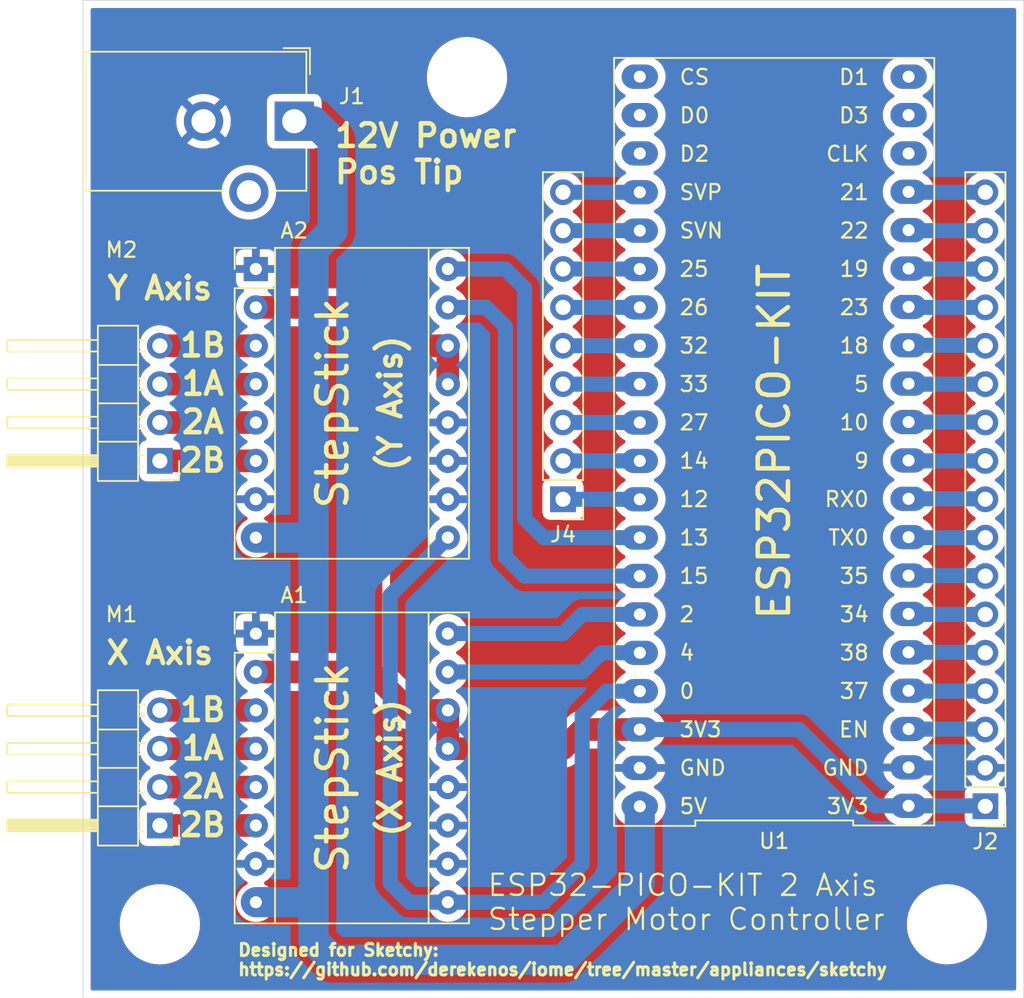
<source format=kicad_pcb>
(kicad_pcb (version 20190905) (host pcbnew "5.99.0-unknown-c3175b4~86~ubuntu16.04.1")
  (layers (0 "F.Cu" signal) (31 "B.Cu" signal) (34 "B.Paste" user hide) (35 "F.Paste" user hide) (36 "B.SilkS" user hide) (37 "F.SilkS" user) (38 "B.Mask" user hide) (39 "F.Mask" user) (44 "Edge.Cuts" user))
  (net 0 "")
  (net 1 "GND")
  (net 2 "NOT_ENABLE")
  (net 3 "3V3")
  (net 4 "Net-(A1-Pad3)")
  (net 5 "Net-(A1-Pad4)")
  (net 6 "Net-(A1-Pad5)")
  (net 7 "Net-(A1-Pad6)")
  (net 8 "STEPPER_X_STEP")
  (net 9 "VDD")
  (net 10 "STEPPER_X_DIR")
  (net 11 "STEPPER_Y_STEP")
  (net 12 "STEPPER_Y_DIR")
  (net 13 "Net-(U1-Pad23)")
  (net 14 "Net-(U1-Pad22)")
  (net 15 "Net-(U1-Pad21)")
  (net 16 "Net-(U1-Pad20)")
  (net 17 "Net-(U1-Pad19)")
  (net 18 "Net-(U1-Pad18)")
  (net 19 "Net-(A2-Pad3)")
  (net 20 "Net-(A2-Pad4)")
  (net 21 "Net-(A2-Pad5)")
  (net 22 "Net-(A2-Pad6)")
  (net 23 "Net-(J4-Pad1)")
  (net 24 "Net-(J4-Pad2)")
  (net 25 "Net-(J4-Pad3)")
  (net 26 "Net-(J4-Pad4)")
  (net 27 "Net-(J4-Pad5)")
  (net 28 "Net-(J4-Pad6)")
  (net 29 "Net-(J4-Pad7)")
  (net 30 "Net-(J4-Pad8)")
  (net 31 "Net-(J4-Pad9)")
  (net 32 "Net-(J2-Pad3)")
  (net 33 "Net-(J2-Pad4)")
  (net 34 "Net-(J2-Pad5)")
  (net 35 "Net-(J2-Pad6)")
  (net 36 "Net-(J2-Pad7)")
  (net 37 "Net-(J2-Pad8)")
  (net 38 "Net-(J2-Pad9)")
  (net 39 "Net-(J2-Pad10)")
  (net 40 "Net-(J2-Pad11)")
  (net 41 "Net-(J2-Pad12)")
  (net 42 "Net-(J2-Pad13)")
  (net 43 "Net-(J2-Pad14)")
  (net 44 "Net-(J2-Pad15)")
  (net 45 "Net-(J2-Pad16)")
  (net 46 "Net-(J2-Pad17)")
  (module "Mounting_Holes:MountingHole_4.3mm_M4" (layer "F.Cu") (at 134.62 156.4)
    (fp_text reference "REF**" hide)
    (fp_text value "MountingHole_4.3mm_M4" hide)
    (pad "1" np_thru_hole circle (at 0 0) (size 4.3 4.3) (drill 4.3) (layers *.Cu *.Mask))
  )
  (module "Pin_Headers:Pin_Header_Straight_1x17_Pitch2.54mm" (layer "F.Cu") (at 189.23 148.59 180)
    (fp_text reference "J2" (at 0 -2.33) (layer "F.SilkS"))
    (fp_text value "Conn_01x17")
    (fp_line (start -1.33 -1.33) (end 0 -1.33) (layer "F.SilkS") (width 0.12))
    (fp_line (start -1.33 0) (end -1.33 -1.33) (layer "F.SilkS") (width 0.12))
    (fp_line (start -1.33 1.27) (end 1.33 1.27) (layer "F.SilkS") (width 0.12))
    (fp_line (start 1.33 1.27) (end 1.33 41.97) (layer "F.SilkS") (width 0.12))
    (fp_line (start -1.33 1.27) (end -1.33 41.97) (layer "F.SilkS") (width 0.12))
    (fp_line (start -1.33 41.97) (end 1.33 41.97) (layer "F.SilkS") (width 0.12))
    (pad "1" thru_hole rect (at 0 0 180) (size 1.7 1.7) (drill 1) (layers *.Cu *.Mask) (net 3 "3V3"))
    (pad "2" thru_hole oval (at 0 2.54 180) (size 1.7 1.7) (drill 1) (layers *.Cu *.Mask) (net 1 "GND"))
    (pad "3" thru_hole oval (at 0 5.08 180) (size 1.7 1.7) (drill 1) (layers *.Cu *.Mask) (net 32 "Net-(J2-Pad3)"))
    (pad "4" thru_hole oval (at 0 7.62 180) (size 1.7 1.7) (drill 1) (layers *.Cu *.Mask) (net 33 "Net-(J2-Pad4)"))
    (pad "5" thru_hole oval (at 0 10.16 180) (size 1.7 1.7) (drill 1) (layers *.Cu *.Mask) (net 34 "Net-(J2-Pad5)"))
    (pad "6" thru_hole oval (at 0 12.7 180) (size 1.7 1.7) (drill 1) (layers *.Cu *.Mask) (net 35 "Net-(J2-Pad6)"))
    (pad "7" thru_hole oval (at 0 15.24 180) (size 1.7 1.7) (drill 1) (layers *.Cu *.Mask) (net 36 "Net-(J2-Pad7)"))
    (pad "8" thru_hole oval (at 0 17.78 180) (size 1.7 1.7) (drill 1) (layers *.Cu *.Mask) (net 37 "Net-(J2-Pad8)"))
    (pad "9" thru_hole oval (at 0 20.32 180) (size 1.7 1.7) (drill 1) (layers *.Cu *.Mask) (net 38 "Net-(J2-Pad9)"))
    (pad "10" thru_hole oval (at 0 22.86 180) (size 1.7 1.7) (drill 1) (layers *.Cu *.Mask) (net 39 "Net-(J2-Pad10)"))
    (pad "11" thru_hole oval (at 0 25.4 180) (size 1.7 1.7) (drill 1) (layers *.Cu *.Mask) (net 40 "Net-(J2-Pad11)"))
    (pad "12" thru_hole oval (at 0 27.94 180) (size 1.7 1.7) (drill 1) (layers *.Cu *.Mask) (net 41 "Net-(J2-Pad12)"))
    (pad "13" thru_hole oval (at 0 30.48 180) (size 1.7 1.7) (drill 1) (layers *.Cu *.Mask) (net 42 "Net-(J2-Pad13)"))
    (pad "14" thru_hole oval (at 0 33.02 180) (size 1.7 1.7) (drill 1) (layers *.Cu *.Mask) (net 43 "Net-(J2-Pad14)"))
    (pad "15" thru_hole oval (at 0 35.56 180) (size 1.7 1.7) (drill 1) (layers *.Cu *.Mask) (net 44 "Net-(J2-Pad15)"))
    (pad "16" thru_hole oval (at 0 38.1 180) (size 1.7 1.7) (drill 1) (layers *.Cu *.Mask) (net 45 "Net-(J2-Pad16)"))
    (pad "17" thru_hole oval (at 0 40.64 180) (size 1.7 1.7) (drill 1) (layers *.Cu *.Mask) (net 46 "Net-(J2-Pad17)"))
  )
  (module "Pin_Headers:Pin_Header_Straight_1x09_Pitch2.54mm" (layer "F.Cu") (at 161.29 128.27 180)
    (fp_text reference "J4" (at 0 -2.33) (layer "F.SilkS"))
    (fp_text value "Conn_01x09")
    (fp_line (start -1.33 -1.33) (end 0 -1.33) (layer "F.SilkS") (width 0.12))
    (fp_line (start -1.33 0) (end -1.33 -1.33) (layer "F.SilkS") (width 0.12))
    (fp_line (start -1.33 1.27) (end 1.33 1.27) (layer "F.SilkS") (width 0.12))
    (fp_line (start 1.33 1.27) (end 1.33 21.65) (layer "F.SilkS") (width 0.12))
    (fp_line (start -1.33 1.27) (end -1.33 21.65) (layer "F.SilkS") (width 0.12))
    (fp_line (start -1.33 21.65) (end 1.33 21.65) (layer "F.SilkS") (width 0.12))
    (pad "1" thru_hole rect (at 0 0 180) (size 1.7 1.7) (drill 1) (layers *.Cu *.Mask) (net 23 "Net-(J4-Pad1)"))
    (pad "2" thru_hole oval (at 0 2.54 180) (size 1.7 1.7) (drill 1) (layers *.Cu *.Mask) (net 24 "Net-(J4-Pad2)"))
    (pad "3" thru_hole oval (at 0 5.08 180) (size 1.7 1.7) (drill 1) (layers *.Cu *.Mask) (net 25 "Net-(J4-Pad3)"))
    (pad "4" thru_hole oval (at 0 7.62 180) (size 1.7 1.7) (drill 1) (layers *.Cu *.Mask) (net 26 "Net-(J4-Pad4)"))
    (pad "5" thru_hole oval (at 0 10.16 180) (size 1.7 1.7) (drill 1) (layers *.Cu *.Mask) (net 27 "Net-(J4-Pad5)"))
    (pad "6" thru_hole oval (at 0 12.7 180) (size 1.7 1.7) (drill 1) (layers *.Cu *.Mask) (net 28 "Net-(J4-Pad6)"))
    (pad "7" thru_hole oval (at 0 15.24 180) (size 1.7 1.7) (drill 1) (layers *.Cu *.Mask) (net 29 "Net-(J4-Pad7)"))
    (pad "8" thru_hole oval (at 0 17.78 180) (size 1.7 1.7) (drill 1) (layers *.Cu *.Mask) (net 30 "Net-(J4-Pad8)"))
    (pad "9" thru_hole oval (at 0 20.32 180) (size 1.7 1.7) (drill 1) (layers *.Cu *.Mask) (net 31 "Net-(J4-Pad9)"))
  )
  (module "Mounting_Holes:MountingHole_4.3mm_M4" (layer "F.Cu") (at 186.69 156.4)
    (fp_text reference "REF**" hide)
    (fp_text value "MountingHole_4.3mm_M4" hide)
    (pad "1" np_thru_hole circle (at 0 0) (size 4.3 4.3) (drill 4.3) (layers *.Cu *.Mask))
  )
  (module "Mounting_Holes:MountingHole_4.3mm_M4" (layer "F.Cu") (at 154.94 100.33)
    (fp_text reference "REF**" hide)
    (fp_text value "MountingHole_4.3mm_M4" hide)
    (pad "1" np_thru_hole circle (at 0 0) (size 4.3 4.3) (drill 4.3) (layers *.Cu *.Mask))
  )
  (module "Pin_Headers:Pin_Header_Angled_1x04_Pitch2.54mm" (layer "F.Cu") (at 134.62 125.73 180)
    (fp_text reference "M2" (at 2.54 13.97 180) (layer "F.SilkS"))
    (fp_text value "Stepper_Motor_bipolar" hide)
    (fp_line (start 1.44 -1.33) (end 1.44 8.95) (layer "F.SilkS") (width 0.12))
    (fp_line (start 1.44 8.95) (end 4.1 8.95) (layer "F.SilkS") (width 0.12))
    (fp_line (start 4.1 8.95) (end 4.1 -1.33) (layer "F.SilkS") (width 0.12))
    (fp_line (start 4.1 -1.33) (end 1.44 -1.33) (layer "F.SilkS") (width 0.12))
    (fp_line (start 4.1 -0.38) (end 10.1 -0.38) (layer "F.SilkS") (width 0.12))
    (fp_line (start 10.1 -0.38) (end 10.1 0.38) (layer "F.SilkS") (width 0.12))
    (fp_line (start 10.1 0.38) (end 4.1 0.38) (layer "F.SilkS") (width 0.12))
    (fp_line (start 4.1 -0.32) (end 10.1 -0.32) (layer "F.SilkS") (width 0.12))
    (fp_line (start 4.1 -0.2) (end 10.1 -0.2) (layer "F.SilkS") (width 0.12))
    (fp_line (start 4.1 -0.08) (end 10.1 -0.08) (layer "F.SilkS") (width 0.12))
    (fp_line (start 4.1 0.04) (end 10.1 0.04) (layer "F.SilkS") (width 0.12))
    (fp_line (start 4.1 0.16) (end 10.1 0.16) (layer "F.SilkS") (width 0.12))
    (fp_line (start 4.1 0.28) (end 10.1 0.28) (layer "F.SilkS") (width 0.12))
    (fp_line (start 1.11 -0.38) (end 1.44 -0.38) (layer "F.SilkS") (width 0.12))
    (fp_line (start 1.11 0.38) (end 1.44 0.38) (layer "F.SilkS") (width 0.12))
    (fp_line (start 1.44 1.27) (end 4.1 1.27) (layer "F.SilkS") (width 0.12))
    (fp_line (start 4.1 2.16) (end 10.1 2.16) (layer "F.SilkS") (width 0.12))
    (fp_line (start 10.1 2.16) (end 10.1 2.92) (layer "F.SilkS") (width 0.12))
    (fp_line (start 10.1 2.92) (end 4.1 2.92) (layer "F.SilkS") (width 0.12))
    (fp_line (start 1.042929 2.16) (end 1.44 2.16) (layer "F.SilkS") (width 0.12))
    (fp_line (start 1.042929 2.92) (end 1.44 2.92) (layer "F.SilkS") (width 0.12))
    (fp_line (start 1.44 3.81) (end 4.1 3.81) (layer "F.SilkS") (width 0.12))
    (fp_line (start 4.1 4.7) (end 10.1 4.7) (layer "F.SilkS") (width 0.12))
    (fp_line (start 10.1 4.7) (end 10.1 5.46) (layer "F.SilkS") (width 0.12))
    (fp_line (start 10.1 5.46) (end 4.1 5.46) (layer "F.SilkS") (width 0.12))
    (fp_line (start 1.042929 4.7) (end 1.44 4.7) (layer "F.SilkS") (width 0.12))
    (fp_line (start 1.042929 5.46) (end 1.44 5.46) (layer "F.SilkS") (width 0.12))
    (fp_line (start 1.44 6.35) (end 4.1 6.35) (layer "F.SilkS") (width 0.12))
    (fp_line (start 4.1 7.24) (end 10.1 7.24) (layer "F.SilkS") (width 0.12))
    (fp_line (start 10.1 7.24) (end 10.1 8) (layer "F.SilkS") (width 0.12))
    (fp_line (start 10.1 8) (end 4.1 8) (layer "F.SilkS") (width 0.12))
    (fp_line (start 1.042929 7.24) (end 1.44 7.24) (layer "F.SilkS") (width 0.12))
    (fp_line (start 1.042929 8) (end 1.44 8) (layer "F.SilkS") (width 0.12))
    (fp_line (start -1.27 0) (end -1.27 -1.27) (layer "F.SilkS") (width 0.12))
    (fp_line (start -1.27 -1.27) (end 0 -1.27) (layer "F.SilkS") (width 0.12))
    (pad "1" thru_hole rect (at 0 0 180) (size 1.7 1.7) (drill 1) (layers *.Cu *.Mask) (net 22 "Net-(A2-Pad6)"))
    (pad "2" thru_hole oval (at 0 2.54 180) (size 1.7 1.7) (drill 1) (layers *.Cu *.Mask) (net 21 "Net-(A2-Pad5)"))
    (pad "3" thru_hole oval (at 0 5.08 180) (size 1.7 1.7) (drill 1) (layers *.Cu *.Mask) (net 20 "Net-(A2-Pad4)"))
    (pad "4" thru_hole oval (at 0 7.62 180) (size 1.7 1.7) (drill 1) (layers *.Cu *.Mask) (net 19 "Net-(A2-Pad3)"))
  )
  (module "Pin_Headers:Pin_Header_Angled_1x04_Pitch2.54mm" (layer "F.Cu") (at 134.62 149.86 180)
    (fp_text reference "M1" (at 2.54 13.97 180) (layer "F.SilkS"))
    (fp_text value "Stepper_Motor_bipolar" hide)
    (fp_line (start 1.44 -1.33) (end 1.44 8.95) (layer "F.SilkS") (width 0.12))
    (fp_line (start 1.44 8.95) (end 4.1 8.95) (layer "F.SilkS") (width 0.12))
    (fp_line (start 4.1 8.95) (end 4.1 -1.33) (layer "F.SilkS") (width 0.12))
    (fp_line (start 4.1 -1.33) (end 1.44 -1.33) (layer "F.SilkS") (width 0.12))
    (fp_line (start 4.1 -0.38) (end 10.1 -0.38) (layer "F.SilkS") (width 0.12))
    (fp_line (start 10.1 -0.38) (end 10.1 0.38) (layer "F.SilkS") (width 0.12))
    (fp_line (start 10.1 0.38) (end 4.1 0.38) (layer "F.SilkS") (width 0.12))
    (fp_line (start 4.1 -0.32) (end 10.1 -0.32) (layer "F.SilkS") (width 0.12))
    (fp_line (start 4.1 -0.2) (end 10.1 -0.2) (layer "F.SilkS") (width 0.12))
    (fp_line (start 4.1 -0.08) (end 10.1 -0.08) (layer "F.SilkS") (width 0.12))
    (fp_line (start 4.1 0.04) (end 10.1 0.04) (layer "F.SilkS") (width 0.12))
    (fp_line (start 4.1 0.16) (end 10.1 0.16) (layer "F.SilkS") (width 0.12))
    (fp_line (start 4.1 0.28) (end 10.1 0.28) (layer "F.SilkS") (width 0.12))
    (fp_line (start 1.11 -0.38) (end 1.44 -0.38) (layer "F.SilkS") (width 0.12))
    (fp_line (start 1.11 0.38) (end 1.44 0.38) (layer "F.SilkS") (width 0.12))
    (fp_line (start 1.44 1.27) (end 4.1 1.27) (layer "F.SilkS") (width 0.12))
    (fp_line (start 4.1 2.16) (end 10.1 2.16) (layer "F.SilkS") (width 0.12))
    (fp_line (start 10.1 2.16) (end 10.1 2.92) (layer "F.SilkS") (width 0.12))
    (fp_line (start 10.1 2.92) (end 4.1 2.92) (layer "F.SilkS") (width 0.12))
    (fp_line (start 1.042929 2.16) (end 1.44 2.16) (layer "F.SilkS") (width 0.12))
    (fp_line (start 1.042929 2.92) (end 1.44 2.92) (layer "F.SilkS") (width 0.12))
    (fp_line (start 1.44 3.81) (end 4.1 3.81) (layer "F.SilkS") (width 0.12))
    (fp_line (start 4.1 4.7) (end 10.1 4.7) (layer "F.SilkS") (width 0.12))
    (fp_line (start 10.1 4.7) (end 10.1 5.46) (layer "F.SilkS") (width 0.12))
    (fp_line (start 10.1 5.46) (end 4.1 5.46) (layer "F.SilkS") (width 0.12))
    (fp_line (start 1.042929 4.7) (end 1.44 4.7) (layer "F.SilkS") (width 0.12))
    (fp_line (start 1.042929 5.46) (end 1.44 5.46) (layer "F.SilkS") (width 0.12))
    (fp_line (start 1.44 6.35) (end 4.1 6.35) (layer "F.SilkS") (width 0.12))
    (fp_line (start 4.1 7.24) (end 10.1 7.24) (layer "F.SilkS") (width 0.12))
    (fp_line (start 10.1 7.24) (end 10.1 8) (layer "F.SilkS") (width 0.12))
    (fp_line (start 10.1 8) (end 4.1 8) (layer "F.SilkS") (width 0.12))
    (fp_line (start 1.042929 7.24) (end 1.44 7.24) (layer "F.SilkS") (width 0.12))
    (fp_line (start 1.042929 8) (end 1.44 8) (layer "F.SilkS") (width 0.12))
    (fp_line (start -1.27 0) (end -1.27 -1.27) (layer "F.SilkS") (width 0.12))
    (fp_line (start -1.27 -1.27) (end 0 -1.27) (layer "F.SilkS") (width 0.12))
    (pad "1" thru_hole rect (at 0 0 180) (size 1.7 1.7) (drill 1) (layers *.Cu *.Mask) (net 7 "Net-(A1-Pad6)"))
    (pad "2" thru_hole oval (at 0 2.54 180) (size 1.7 1.7) (drill 1) (layers *.Cu *.Mask) (net 6 "Net-(A1-Pad5)"))
    (pad "3" thru_hole oval (at 0 5.08 180) (size 1.7 1.7) (drill 1) (layers *.Cu *.Mask) (net 5 "Net-(A1-Pad4)"))
    (pad "4" thru_hole oval (at 0 7.62 180) (size 1.7 1.7) (drill 1) (layers *.Cu *.Mask) (net 4 "Net-(A1-Pad3)"))
  )
  (module "Modules:Pololu_Breakout-16_15.2x20.3mm" (layer "F.Cu") (at 140.97 113.03)
    (fp_text reference "A2" (at 2.54 -2.54) (layer "F.SilkS"))
    (fp_text value "Pololu_Breakout_A4988")
    (fp_line (start 11.43 -1.4) (end 11.43 19.18) (layer "F.SilkS") (width 0.12))
    (fp_line (start 1.27 1.27) (end 1.27 19.18) (layer "F.SilkS") (width 0.12))
    (fp_line (start 0 -1.4) (end -1.4 -1.4) (layer "F.SilkS") (width 0.12))
    (fp_line (start -1.4 -1.4) (end -1.4 0) (layer "F.SilkS") (width 0.12))
    (fp_line (start 1.27 -1.4) (end 1.27 1.27) (layer "F.SilkS") (width 0.12))
    (fp_line (start 1.27 1.27) (end -1.4 1.27) (layer "F.SilkS") (width 0.12))
    (fp_line (start -1.4 1.27) (end -1.4 19.18) (layer "F.SilkS") (width 0.12))
    (fp_line (start -1.4 19.18) (end 14.1 19.18) (layer "F.SilkS") (width 0.12))
    (fp_line (start 14.1 19.18) (end 14.1 -1.4) (layer "F.SilkS") (width 0.12))
    (fp_line (start 14.1 -1.4) (end 1.27 -1.4) (layer "F.SilkS") (width 0.12))
    (pad "1" thru_hole rect (at 0 0) (size 1.6 1.6) (drill 0.8) (layers *.Cu *.Mask) (net 1 "GND"))
    (pad "9" thru_hole oval (at 12.7 17.78) (size 1.6 1.6) (drill 0.8) (layers *.Cu *.Mask) (net 2 "NOT_ENABLE"))
    (pad "2" thru_hole oval (at 0 2.54) (size 1.6 1.6) (drill 0.8) (layers *.Cu *.Mask) (net 3 "3V3"))
    (pad "10" thru_hole oval (at 12.7 15.24) (size 1.6 1.6) (drill 0.8) (layers *.Cu *.Mask) (net 1 "GND"))
    (pad "3" thru_hole oval (at 0 5.08) (size 1.6 1.6) (drill 0.8) (layers *.Cu *.Mask) (net 19 "Net-(A2-Pad3)"))
    (pad "11" thru_hole oval (at 12.7 12.7) (size 1.6 1.6) (drill 0.8) (layers *.Cu *.Mask) (net 1 "GND"))
    (pad "4" thru_hole oval (at 0 7.62) (size 1.6 1.6) (drill 0.8) (layers *.Cu *.Mask) (net 20 "Net-(A2-Pad4)"))
    (pad "12" thru_hole oval (at 12.7 10.16) (size 1.6 1.6) (drill 0.8) (layers *.Cu *.Mask) (net 1 "GND"))
    (pad "5" thru_hole oval (at 0 10.16) (size 1.6 1.6) (drill 0.8) (layers *.Cu *.Mask) (net 21 "Net-(A2-Pad5)"))
    (pad "13" thru_hole oval (at 12.7 7.62) (size 1.6 1.6) (drill 0.8) (layers *.Cu *.Mask) (net 3 "3V3"))
    (pad "6" thru_hole oval (at 0 12.7) (size 1.6 1.6) (drill 0.8) (layers *.Cu *.Mask) (net 22 "Net-(A2-Pad6)"))
    (pad "14" thru_hole oval (at 12.7 5.08) (size 1.6 1.6) (drill 0.8) (layers *.Cu *.Mask) (net 3 "3V3"))
    (pad "7" thru_hole oval (at 0 15.24) (size 1.6 1.6) (drill 0.8) (layers *.Cu *.Mask) (net 1 "GND"))
    (pad "15" thru_hole oval (at 12.7 2.54) (size 1.6 1.6) (drill 0.8) (layers *.Cu *.Mask) (net 11 "STEPPER_Y_STEP"))
    (pad "8" thru_hole oval (at 0 17.78) (size 1.6 1.6) (drill 0.8) (layers *.Cu *.Mask) (net 9 "VDD"))
    (pad "16" thru_hole oval (at 12.7 0) (size 1.6 1.6) (drill 0.8) (layers *.Cu *.Mask) (net 12 "STEPPER_Y_DIR"))
  )
  (module "Modules:Pololu_Breakout-16_15.2x20.3mm" (layer "F.Cu") (at 140.97 137.16)
    (fp_text reference "A1" (at 2.54 -2.54) (layer "F.SilkS"))
    (fp_text value "Pololu_Breakout_A4988")
    (fp_line (start 11.43 -1.4) (end 11.43 19.18) (layer "F.SilkS") (width 0.12))
    (fp_line (start 1.27 1.27) (end 1.27 19.18) (layer "F.SilkS") (width 0.12))
    (fp_line (start 0 -1.4) (end -1.4 -1.4) (layer "F.SilkS") (width 0.12))
    (fp_line (start -1.4 -1.4) (end -1.4 0) (layer "F.SilkS") (width 0.12))
    (fp_line (start 1.27 -1.4) (end 1.27 1.27) (layer "F.SilkS") (width 0.12))
    (fp_line (start 1.27 1.27) (end -1.4 1.27) (layer "F.SilkS") (width 0.12))
    (fp_line (start -1.4 1.27) (end -1.4 19.18) (layer "F.SilkS") (width 0.12))
    (fp_line (start -1.4 19.18) (end 14.1 19.18) (layer "F.SilkS") (width 0.12))
    (fp_line (start 14.1 19.18) (end 14.1 -1.4) (layer "F.SilkS") (width 0.12))
    (fp_line (start 14.1 -1.4) (end 1.27 -1.4) (layer "F.SilkS") (width 0.12))
    (pad "1" thru_hole rect (at 0 0) (size 1.6 1.6) (drill 0.8) (layers *.Cu *.Mask) (net 1 "GND"))
    (pad "9" thru_hole oval (at 12.7 17.78) (size 1.6 1.6) (drill 0.8) (layers *.Cu *.Mask) (net 2 "NOT_ENABLE"))
    (pad "2" thru_hole oval (at 0 2.54) (size 1.6 1.6) (drill 0.8) (layers *.Cu *.Mask) (net 3 "3V3"))
    (pad "10" thru_hole oval (at 12.7 15.24) (size 1.6 1.6) (drill 0.8) (layers *.Cu *.Mask) (net 1 "GND"))
    (pad "3" thru_hole oval (at 0 5.08) (size 1.6 1.6) (drill 0.8) (layers *.Cu *.Mask) (net 4 "Net-(A1-Pad3)"))
    (pad "11" thru_hole oval (at 12.7 12.7) (size 1.6 1.6) (drill 0.8) (layers *.Cu *.Mask) (net 1 "GND"))
    (pad "4" thru_hole oval (at 0 7.62) (size 1.6 1.6) (drill 0.8) (layers *.Cu *.Mask) (net 5 "Net-(A1-Pad4)"))
    (pad "12" thru_hole oval (at 12.7 10.16) (size 1.6 1.6) (drill 0.8) (layers *.Cu *.Mask) (net 1 "GND"))
    (pad "5" thru_hole oval (at 0 10.16) (size 1.6 1.6) (drill 0.8) (layers *.Cu *.Mask) (net 6 "Net-(A1-Pad5)"))
    (pad "13" thru_hole oval (at 12.7 7.62) (size 1.6 1.6) (drill 0.8) (layers *.Cu *.Mask) (net 3 "3V3"))
    (pad "6" thru_hole oval (at 0 12.7) (size 1.6 1.6) (drill 0.8) (layers *.Cu *.Mask) (net 7 "Net-(A1-Pad6)"))
    (pad "14" thru_hole oval (at 12.7 5.08) (size 1.6 1.6) (drill 0.8) (layers *.Cu *.Mask) (net 3 "3V3"))
    (pad "7" thru_hole oval (at 0 15.24) (size 1.6 1.6) (drill 0.8) (layers *.Cu *.Mask) (net 1 "GND"))
    (pad "15" thru_hole oval (at 12.7 2.54) (size 1.6 1.6) (drill 0.8) (layers *.Cu *.Mask) (net 8 "STEPPER_X_STEP"))
    (pad "8" thru_hole oval (at 0 17.78) (size 1.6 1.6) (drill 0.8) (layers *.Cu *.Mask) (net 9 "VDD"))
    (pad "16" thru_hole oval (at 12.7 0) (size 1.6 1.6) (drill 0.8) (layers *.Cu *.Mask) (net 10 "STEPPER_X_DIR"))
  )
  (module "Modules-custom:ESP32-PICO-KIT" (layer "F.Cu") (at 172.72 124.46 90)
    (fp_text reference "U1" (at -26.43 2.54) (layer "F.SilkS"))
    (fp_text value "ESP32PICO-KIT" (at 0 2.54 90) (layer "F.SilkS") (effects (font (size 2 2) (thickness 0.3))))
    (fp_line (start -25.4 13.129999) (end 25.4 13.13) (layer "F.SilkS") (width 0.12))
    (fp_line (start 25.4 13.13) (end 25.4 -8.049999) (layer "F.SilkS") (width 0.12))
    (fp_line (start 25.4 -8.049999) (end -25.43 -8.05) (layer "F.SilkS") (width 0.12))
    (fp_line (start -25.43 -8.05) (end -25.43 -2.683333) (layer "F.SilkS") (width 0.12))
    (fp_line (start -25.43 -2.683333) (end -25.07 -2.683333) (layer "F.SilkS") (width 0.12))
    (fp_line (start -25.07 -2.683333) (end -25.07 7.763333) (layer "F.SilkS") (width 0.12))
    (fp_line (start -25.07 7.763333) (end -25.4 7.763333) (layer "F.SilkS") (width 0.12))
    (fp_line (start -25.4 7.763333) (end -25.4 13.129999) (layer "F.SilkS") (width 0.12))
    (fp_text user "3V3" (at -24.13 8.89 unlocked) (layer "F.SilkS") (effects (justify right)))
    (fp_text user "GND" (at -21.59 8.89 unlocked) (layer "F.SilkS") (effects (justify right)))
    (fp_text user "EN" (at -19.05 8.89 unlocked) (layer "F.SilkS") (effects (justify right)))
    (fp_text user "37" (at -16.51 8.89 unlocked) (layer "F.SilkS") (effects (justify right)))
    (fp_text user "38" (at -13.97 8.89 unlocked) (layer "F.SilkS") (effects (justify right)))
    (fp_text user "34" (at -11.43 8.89 unlocked) (layer "F.SilkS") (effects (justify right)))
    (fp_text user "35" (at -8.89 8.89 unlocked) (layer "F.SilkS") (effects (justify right)))
    (fp_text user "TX0" (at -6.35 8.89 unlocked) (layer "F.SilkS") (effects (justify right)))
    (fp_text user "9" (at -1.27 8.89 unlocked) (layer "F.SilkS") (effects (justify right)))
    (fp_text user "10" (at 1.27 8.89 unlocked) (layer "F.SilkS") (effects (justify right)))
    (fp_text user "5" (at 3.81 8.89 unlocked) (layer "F.SilkS") (effects (justify right)))
    (fp_text user "18" (at 6.35 8.89 unlocked) (layer "F.SilkS") (effects (justify right)))
    (fp_text user "23" (at 8.89 8.89 unlocked) (layer "F.SilkS") (effects (justify right)))
    (fp_text user "19" (at 11.43 8.89 unlocked) (layer "F.SilkS") (effects (justify right)))
    (fp_text user "22" (at 13.97 8.89 unlocked) (layer "F.SilkS") (effects (justify right)))
    (fp_text user "21" (at 16.51 8.89 unlocked) (layer "F.SilkS") (effects (justify right)))
    (fp_text user "RX0" (at -3.81 8.89 unlocked) (layer "F.SilkS") (effects (justify right)))
    (fp_text user "5V" (at -24.13 -3.81 unlocked) (layer "F.SilkS") (effects (justify left)))
    (fp_text user "GND" (at -21.59 -3.81 unlocked) (layer "F.SilkS") (effects (justify left)))
    (fp_text user "3V3" (at -19.05 -3.81 unlocked) (layer "F.SilkS") (effects (justify left)))
    (fp_text user "0" (at -16.51 -3.81 unlocked) (layer "F.SilkS") (effects (justify left)))
    (fp_text user "4" (at -13.97 -3.81 unlocked) (layer "F.SilkS") (effects (justify left)))
    (fp_text user "2" (at -11.43 -3.81 unlocked) (layer "F.SilkS") (effects (justify left)))
    (fp_text user "15" (at -8.89 -3.81 unlocked) (layer "F.SilkS") (effects (justify left)))
    (fp_text user "13" (at -6.35 -3.81 unlocked) (layer "F.SilkS") (effects (justify left)))
    (fp_text user "14" (at -1.27 -3.81 unlocked) (layer "F.SilkS") (effects (justify left)))
    (fp_text user "26" (at 8.89 -3.81 unlocked) (layer "F.SilkS") (effects (justify left)))
    (fp_text user "25" (at 11.43 -3.81 unlocked) (layer "F.SilkS") (effects (justify left)))
    (fp_text user "SVN" (at 13.97 -3.81 unlocked) (layer "F.SilkS") (effects (justify left)))
    (fp_text user "33" (at 3.81 -3.81 unlocked) (layer "F.SilkS") (effects (justify left)))
    (fp_text user "12" (at -3.81 -3.81 unlocked) (layer "F.SilkS") (effects (justify left)))
    (fp_text user "27" (at 1.27 -3.81 unlocked) (layer "F.SilkS") (effects (justify left)))
    (fp_text user "32" (at 6.35 -3.81 unlocked) (layer "F.SilkS") (effects (justify left)))
    (fp_text user "SVP" (at 16.51 -3.81 unlocked) (layer "F.SilkS") (effects (justify left)))
    (fp_text user "CLK" (at 19.05 8.89 unlocked) (layer "F.SilkS") (effects (justify right)))
    (fp_text user "D3" (at 21.59 8.89 unlocked) (layer "F.SilkS") (effects (justify right)))
    (fp_text user "D1" (at 24.13 8.89 unlocked) (layer "F.SilkS") (effects (justify right)))
    (fp_text user "D2" (at 19.05 -3.81 unlocked) (layer "F.SilkS") (effects (justify left)))
    (fp_text user "D0" (at 21.59 -3.81 unlocked) (layer "F.SilkS") (effects (justify left)))
    (fp_text user "CS" (at 24.13 -3.81 unlocked) (layer "F.SilkS") (effects (justify left)))
    (pad "23" thru_hole oval (at 19.08 -6.35 90) (size 1.6 2.4) (drill 0.8) (layers *.Cu *.Mask) (net 13 "Net-(U1-Pad23)"))
    (pad "22" thru_hole oval (at 21.62 -6.35 90) (size 1.6 2.4) (drill 0.8) (layers *.Cu *.Mask) (net 14 "Net-(U1-Pad22)"))
    (pad "21" thru_hole oval (at 24.16 -6.35 90) (size 1.6 2.4) (drill 0.8) (layers *.Cu *.Mask) (net 15 "Net-(U1-Pad21)"))
    (pad "20" thru_hole oval (at 24.16 11.43 90) (size 1.6 2.4) (drill 0.8) (layers *.Cu *.Mask) (net 16 "Net-(U1-Pad20)"))
    (pad "19" thru_hole oval (at 21.62 11.43 90) (size 1.6 2.4) (drill 0.8) (layers *.Cu *.Mask) (net 17 "Net-(U1-Pad19)"))
    (pad "18" thru_hole oval (at 19.08 11.43 90) (size 1.6 2.4) (drill 0.8) (layers *.Cu *.Mask) (net 18 "Net-(U1-Pad18)"))
    (pad "40" thru_hole oval (at -24.13 -6.35 90) (size 1.6 2.4) (drill 0.8) (layers *.Cu *.Mask) (net 9 "VDD"))
    (pad "1" thru_hole oval (at -24.1 11.43 90) (size 1.6 2.4) (drill 0.8) (layers *.Cu *.Mask) (net 3 "3V3"))
    (pad "39" thru_hole oval (at -21.59 -6.35 90) (size 1.6 2.4) (drill 0.8) (layers *.Cu *.Mask) (net 1 "GND"))
    (pad "2" thru_hole oval (at -21.56 11.43 90) (size 1.6 2.4) (drill 0.8) (layers *.Cu *.Mask) (net 1 "GND"))
    (pad "38" thru_hole oval (at -19.05 -6.35 90) (size 1.6 2.4) (drill 0.8) (layers *.Cu *.Mask) (net 3 "3V3"))
    (pad "3" thru_hole oval (at -19.02 11.43 90) (size 1.6 2.4) (drill 0.8) (layers *.Cu *.Mask) (net 32 "Net-(J2-Pad3)"))
    (pad "37" thru_hole oval (at -16.51 -6.35 90) (size 1.6 2.4) (drill 0.8) (layers *.Cu *.Mask) (net 2 "NOT_ENABLE"))
    (pad "4" thru_hole oval (at -16.48 11.43 90) (size 1.6 2.4) (drill 0.8) (layers *.Cu *.Mask) (net 33 "Net-(J2-Pad4)"))
    (pad "36" thru_hole oval (at -13.97 -6.35 90) (size 1.6 2.4) (drill 0.8) (layers *.Cu *.Mask) (net 8 "STEPPER_X_STEP"))
    (pad "5" thru_hole oval (at -13.94 11.43 90) (size 1.6 2.4) (drill 0.8) (layers *.Cu *.Mask) (net 34 "Net-(J2-Pad5)"))
    (pad "35" thru_hole oval (at -11.43 -6.35 90) (size 1.6 2.4) (drill 0.8) (layers *.Cu *.Mask) (net 10 "STEPPER_X_DIR"))
    (pad "6" thru_hole oval (at -11.4 11.43 90) (size 1.6 2.4) (drill 0.8) (layers *.Cu *.Mask) (net 35 "Net-(J2-Pad6)"))
    (pad "34" thru_hole oval (at -8.89 -6.35 90) (size 1.6 2.4) (drill 0.8) (layers *.Cu *.Mask) (net 11 "STEPPER_Y_STEP"))
    (pad "7" thru_hole oval (at -8.86 11.43 90) (size 1.6 2.4) (drill 0.8) (layers *.Cu *.Mask) (net 36 "Net-(J2-Pad7)"))
    (pad "33" thru_hole oval (at -6.35 -6.35 90) (size 1.6 2.4) (drill 0.8) (layers *.Cu *.Mask) (net 12 "STEPPER_Y_DIR"))
    (pad "8" thru_hole oval (at -6.32 11.43 90) (size 1.6 2.4) (drill 0.8) (layers *.Cu *.Mask) (net 37 "Net-(J2-Pad8)"))
    (pad "32" thru_hole oval (at -3.81 -6.35 90) (size 1.6 2.4) (drill 0.8) (layers *.Cu *.Mask) (net 23 "Net-(J4-Pad1)"))
    (pad "9" thru_hole oval (at -3.78 11.43 90) (size 1.6 2.4) (drill 0.8) (layers *.Cu *.Mask) (net 38 "Net-(J2-Pad9)"))
    (pad "31" thru_hole oval (at -1.27 -6.35 90) (size 1.6 2.4) (drill 0.8) (layers *.Cu *.Mask) (net 24 "Net-(J4-Pad2)"))
    (pad "10" thru_hole oval (at -1.24 11.43 90) (size 1.6 2.4) (drill 0.8) (layers *.Cu *.Mask) (net 39 "Net-(J2-Pad10)"))
    (pad "30" thru_hole oval (at 1.27 -6.35 90) (size 1.6 2.4) (drill 0.8) (layers *.Cu *.Mask) (net 25 "Net-(J4-Pad3)"))
    (pad "11" thru_hole oval (at 1.3 11.43 90) (size 1.6 2.4) (drill 0.8) (layers *.Cu *.Mask) (net 40 "Net-(J2-Pad11)"))
    (pad "29" thru_hole oval (at 3.81 -6.35 90) (size 1.6 2.4) (drill 0.8) (layers *.Cu *.Mask) (net 26 "Net-(J4-Pad4)"))
    (pad "12" thru_hole oval (at 3.84 11.43 90) (size 1.6 2.4) (drill 0.8) (layers *.Cu *.Mask) (net 41 "Net-(J2-Pad12)"))
    (pad "28" thru_hole oval (at 6.35 -6.35 90) (size 1.6 2.4) (drill 0.8) (layers *.Cu *.Mask) (net 27 "Net-(J4-Pad5)"))
    (pad "13" thru_hole oval (at 6.38 11.43 90) (size 1.6 2.4) (drill 0.8) (layers *.Cu *.Mask) (net 42 "Net-(J2-Pad13)"))
    (pad "27" thru_hole oval (at 8.89 -6.35 90) (size 1.6 2.4) (drill 0.8) (layers *.Cu *.Mask) (net 28 "Net-(J4-Pad6)"))
    (pad "14" thru_hole oval (at 8.92 11.43 90) (size 1.6 2.4) (drill 0.8) (layers *.Cu *.Mask) (net 43 "Net-(J2-Pad14)"))
    (pad "26" thru_hole oval (at 11.43 -6.35 90) (size 1.6 2.4) (drill 0.8) (layers *.Cu *.Mask) (net 29 "Net-(J4-Pad7)"))
    (pad "15" thru_hole oval (at 11.46 11.43 90) (size 1.6 2.4) (drill 0.8) (layers *.Cu *.Mask) (net 44 "Net-(J2-Pad15)"))
    (pad "25" thru_hole oval (at 13.97 -6.35 90) (size 1.6 2.4) (drill 0.8) (layers *.Cu *.Mask) (net 30 "Net-(J4-Pad8)"))
    (pad "16" thru_hole oval (at 14 11.43 90) (size 1.6 2.4) (drill 0.8) (layers *.Cu *.Mask) (net 45 "Net-(J2-Pad16)"))
    (pad "24" thru_hole oval (at 16.51 -6.35 90) (size 1.6 2.4) (drill 0.8) (layers *.Cu *.Mask) (net 31 "Net-(J4-Pad9)"))
    (pad "17" thru_hole oval (at 16.54 11.43 90) (size 1.6 2.4) (drill 0.8) (layers *.Cu *.Mask) (net 46 "Net-(J2-Pad17)"))
  )
  (module "Connectors:Barrel_Jack_CUI_PJ-102AH" (layer "F.Cu") (at 143.51 103.25 -90)
    (fp_text reference "J1" (at -1.65 -3.81) (layer "F.SilkS"))
    (fp_text value "Barrel_Jack")
    (fp_line (start -4.84 -1.04) (end -3.1 -1.04) (layer "F.SilkS") (width 0.12))
    (fp_line (start -4.84 0.7) (end -4.84 -1.04) (layer "F.SilkS") (width 0.12))
    (fp_line (start 4.6 -0.8) (end 4.6 1.2) (layer "F.SilkS") (width 0.12))
    (fp_line (start 1.8 -0.8) (end 4.6 -0.8) (layer "F.SilkS") (width 0.12))
    (fp_line (start -4.6 -0.8) (end -1.8 -0.8) (layer "F.SilkS") (width 0.12))
    (fp_line (start -4.6 13.8) (end -4.6 -0.8) (layer "F.SilkS") (width 0.12))
    (fp_line (start 4.6 13.8) (end -4.6 13.8) (layer "F.SilkS") (width 0.12))
    (fp_line (start 4.6 4.8) (end 4.6 13.8) (layer "F.SilkS") (width 0.12))
    (pad "1" thru_hole rect (at 0 0 270) (size 2.6 2.6) (drill 1.6) (layers *.Cu *.Mask) (net 9 "VDD"))
    (pad "2" thru_hole circle (at 0 6 270) (size 2.6 2.6) (drill 1.6) (layers *.Cu *.Mask) (net 1 "GND"))
    (pad "3" thru_hole circle (at 4.7 3 270) (size 2.6 2.6) (drill 1.6) (layers *.Cu *.Mask))
  )
  (gr_text "ESP32-PICO-KIT 2 Axis\nStepper Motor Controller" (at 156.21 154.94) (layer "F.SilkS") (effects (font (size 1.4 1.4)) (justify left)))
  (gr_line (start 191.77 95.25) (end 129.54 95.25) (layer "Edge.Cuts") (width 0.05))
  (gr_line (start 191.77 161.29) (end 191.77 95.25) (layer "Edge.Cuts") (width 0.05))
  (gr_line (start 129.54 161.29) (end 191.77 161.29) (layer "Edge.Cuts") (width 0.05))
  (gr_line (start 129.54 95.25) (end 129.54 161.29) (layer "Edge.Cuts") (width 0.05))
  (gr_text "(Y Axis)" (at 149.86 121.92 90) (layer "F.SilkS") (effects (font (size 1.5 1.5) (thickness 0.3))))
  (gr_text "(X Axis)" (at 149.86 146.05 90) (layer "F.SilkS") (effects (font (size 1.5 1.5) (thickness 0.3))))
  (gr_text "StepStick" (at 146.05 121.92 90) (layer "F.SilkS") (effects (font (size 2 2) (thickness 0.3))))
  (gr_text "StepStick" (at 146.05 146.05 90) (layer "F.SilkS") (effects (font (size 2 2) (thickness 0.3))))
  (gr_text "Designed for Sketchy:\nhttps://github.com/derekenos/iome/tree/master/appliances/sketchy" (at 139.7 158.75) (layer "F.SilkS") (effects (font (size 0.8 0.8) (thickness 0.2)) (justify left)))
  (gr_text "12V Power\nPos Tip" (at 146.05 105.41) (layer "F.SilkS") (effects (font (size 1.5 1.5) (thickness 0.3)) (justify left)))
  (gr_text "2A" (at 137.46301 123.15153) (layer "F.SilkS") (effects (font (size 1.5 1.5) (thickness 0.3))))
  (gr_text "1A" (at 137.46301 120.61153) (layer "F.SilkS") (effects (font (size 1.5 1.5) (thickness 0.3))))
  (gr_text "1B" (at 137.46301 118.07153) (layer "F.SilkS") (effects (font (size 1.5 1.5) (thickness 0.3))))
  (gr_text "2B" (at 137.46301 125.69153) (layer "F.SilkS") (effects (font (size 1.5 1.5) (thickness 0.3))))
  (gr_text "2B" (at 137.46301 149.82153) (layer "F.SilkS") (effects (font (size 1.5 1.5) (thickness 0.3))))
  (gr_text "2A" (at 137.46301 147.28153) (layer "F.SilkS") (effects (font (size 1.5 1.5) (thickness 0.3))))
  (gr_text "1A" (at 137.46301 144.74153) (layer "F.SilkS") (effects (font (size 1.5 1.5) (thickness 0.3))))
  (gr_text "1B" (at 137.46301 142.20153) (layer "F.SilkS") (effects (font (size 1.5 1.5) (thickness 0.3))))
  (gr_text "Y Axis" (at 134.62 114.3) (layer "F.SilkS") (effects (font (size 1.5 1.5) (thickness 0.3))))
  (gr_text "X Axis" (at 134.62 138.43) (layer "F.SilkS") (effects (font (size 1.5 1.5) (thickness 0.3))))
  (segment (start 189.23 107.95) (end 184.18 107.95) (width 1) (layer "B.Cu") (net 46))
  (segment (start 184.18 107.95) (end 184.15 107.92) (width 1) (layer "B.Cu") (net 46))
  (segment (start 184.15 110.49) (end 189.23 110.49) (width 1) (layer "B.Cu") (net 45))
  (segment (start 184.15 110.46) (end 184.15 110.49) (width 1) (layer "B.Cu") (net 45))
  (segment (start 189.23 113.03) (end 184.18 113.03) (width 1) (layer "B.Cu") (net 44))
  (segment (start 184.18 113.03) (end 184.15 113) (width 1) (layer "B.Cu") (net 44))
  (segment (start 189.23 115.57) (end 184.18 115.57) (width 1) (layer "B.Cu") (net 43))
  (segment (start 184.18 115.57) (end 184.15 115.54) (width 1) (layer "B.Cu") (net 43))
  (segment (start 184.15 118.08) (end 189.2 118.08) (width 1) (layer "B.Cu") (net 42))
  (segment (start 189.2 118.08) (end 189.23 118.11) (width 1) (layer "B.Cu") (net 42))
  (segment (start 189.23 120.65) (end 184.18 120.65) (width 1) (layer "B.Cu") (net 41))
  (segment (start 184.18 120.65) (end 184.15 120.62) (width 1) (layer "B.Cu") (net 41))
  (segment (start 184.15 123.16) (end 189.2 123.16) (width 1) (layer "B.Cu") (net 40))
  (segment (start 189.2 123.16) (end 189.23 123.19) (width 1) (layer "B.Cu") (net 40))
  (segment (start 189.23 125.73) (end 184.18 125.73) (width 1) (layer "B.Cu") (net 39))
  (segment (start 184.18 125.73) (end 184.15 125.7) (width 1) (layer "B.Cu") (net 39))
  (segment (start 184.15 128.24) (end 189.2 128.24) (width 1) (layer "B.Cu") (net 38))
  (segment (start 189.2 128.24) (end 189.23 128.27) (width 1) (layer "B.Cu") (net 38))
  (segment (start 189.23 130.81) (end 184.18 130.81) (width 1) (layer "B.Cu") (net 37))
  (segment (start 184.18 130.81) (end 184.15 130.78) (width 1) (layer "B.Cu") (net 37))
  (segment (start 184.15 133.32) (end 189.2 133.32) (width 1) (layer "B.Cu") (net 36))
  (segment (start 189.2 133.32) (end 189.23 133.35) (width 1) (layer "B.Cu") (net 36))
  (segment (start 189.23 135.89) (end 184.18 135.89) (width 1) (layer "B.Cu") (net 35))
  (segment (start 184.18 135.89) (end 184.15 135.86) (width 1) (layer "B.Cu") (net 35))
  (segment (start 184.15 138.4) (end 189.2 138.4) (width 1) (layer "B.Cu") (net 34))
  (segment (start 189.2 138.4) (end 189.23 138.43) (width 1) (layer "B.Cu") (net 34))
  (segment (start 189.23 140.97) (end 184.18 140.97) (width 1) (layer "B.Cu") (net 33))
  (segment (start 184.18 140.97) (end 184.15 140.94) (width 1) (layer "B.Cu") (net 33))
  (segment (start 184.15 143.48) (end 189.2 143.48) (width 1) (layer "B.Cu") (net 32))
  (segment (start 189.2 143.48) (end 189.23 143.51) (width 1) (layer "B.Cu") (net 32))
  (segment (start 189.23 146.05) (end 184.18 146.05) (width 1) (layer "B.Cu") (net 1))
  (segment (start 184.18 146.05) (end 184.15 146.02) (width 1) (layer "B.Cu") (net 1))
  (segment (start 184.15 148.56) (end 189.2 148.56) (width 1) (layer "B.Cu") (net 3))
  (segment (start 189.2 148.56) (end 189.23 148.59) (width 1) (layer "B.Cu") (net 3))
  (segment (start 161.29 107.95) (end 166.37 107.95) (width 1) (layer "B.Cu") (net 31))
  (segment (start 166.37 110.49) (end 161.29 110.49) (width 1) (layer "B.Cu") (net 30))
  (segment (start 161.29 113.03) (end 166.37 113.03) (width 1) (layer "B.Cu") (net 29))
  (segment (start 166.37 115.57) (end 161.29 115.57) (width 1) (layer "B.Cu") (net 28))
  (segment (start 161.29 118.11) (end 166.37 118.11) (width 1) (layer "B.Cu") (net 27))
  (segment (start 166.37 120.65) (end 161.29 120.65) (width 1) (layer "B.Cu") (net 26))
  (segment (start 161.29 123.19) (end 166.37 123.19) (width 1) (layer "B.Cu") (net 25))
  (segment (start 166.37 125.73) (end 161.29 125.73) (width 1) (layer "B.Cu") (net 24))
  (segment (start 161.29 128.27) (end 166.37 128.27) (width 1) (layer "B.Cu") (net 23))
  (segment (start 144.78 130.81) (end 140.97 130.81) (width 2) (layer "B.Cu") (net 9))
  (segment (start 140.97 154.94) (end 144.78 154.94) (width 2) (layer "B.Cu") (net 9))
  (segment (start 164.17 140.97) (end 162.56 142.58) (width 1) (layer "B.Cu") (net 2))
  (segment (start 166.37 140.97) (end 164.17 140.97) (width 1) (layer "B.Cu") (net 2))
  (segment (start 162.56 142.58) (end 162.56 152.4) (width 1) (layer "B.Cu") (net 2))
  (segment (start 157.48 154.94) (end 153.67 154.94) (width 1) (layer "B.Cu") (net 2))
  (segment (start 162.56 152.4) (end 160.02 154.94) (width 1) (layer "B.Cu") (net 2))
  (segment (start 153.67 154.94) (end 151.13 154.94) (width 1) (layer "B.Cu") (net 2))
  (segment (start 151.13 154.94) (end 149.86 153.67) (width 1) (layer "B.Cu") (net 2))
  (segment (start 149.86 134.62) (end 153.67 130.81) (width 1) (layer "B.Cu") (net 2))
  (segment (start 149.86 153.67) (end 149.86 134.62) (width 1) (layer "B.Cu") (net 2))
  (segment (start 166.37 138.43) (end 163.83 138.43) (width 1) (layer "B.Cu") (net 8))
  (segment (start 160.02 139.7) (end 153.67 139.7) (width 1) (layer "B.Cu") (net 8))
  (segment (start 163.83 138.43) (end 162.56 139.7) (width 1) (layer "B.Cu") (net 8))
  (segment (start 158.75 137.16) (end 153.67 137.16) (width 1) (layer "B.Cu") (net 10))
  (segment (start 162.56 135.89) (end 161.29 137.16) (width 1) (layer "B.Cu") (net 10))
  (segment (start 166.37 135.89) (end 162.56 135.89) (width 1) (layer "B.Cu") (net 10))
  (segment (start 140.97 149.86) (end 134.62 149.86) (width 1.5) (layer "F.Cu") (net 7))
  (segment (start 134.62 147.32) (end 140.97 147.32) (width 1.5) (layer "F.Cu") (net 6))
  (segment (start 140.97 144.78) (end 134.62 144.78) (width 1.5) (layer "F.Cu") (net 5))
  (segment (start 134.62 142.24) (end 140.97 142.24) (width 1.5) (layer "F.Cu") (net 4))
  (segment (start 140.97 125.73) (end 134.62 125.73) (width 1.5) (layer "F.Cu") (net 22))
  (segment (start 134.62 123.19) (end 140.97 123.19) (width 1.5) (layer "F.Cu") (net 21))
  (segment (start 140.97 120.65) (end 134.62 120.65) (width 1.5) (layer "F.Cu") (net 20))
  (segment (start 134.62 118.11) (end 140.97 118.11) (width 1.5) (layer "F.Cu") (net 19))
  (segment (start 157.48 113.03) (end 153.67 113.03) (width 1) (layer "B.Cu") (net 12))
  (segment (start 166.37 130.81) (end 160.02 130.81) (width 1) (layer "B.Cu") (net 12))
  (segment (start 158.75 114.3) (end 157.48 113.03) (width 1) (layer "B.Cu") (net 12))
  (segment (start 160.02 130.81) (end 158.75 129.54) (width 1) (layer "B.Cu") (net 12))
  (segment (start 158.75 129.54) (end 158.75 114.3) (width 1) (layer "B.Cu") (net 12))
  (segment (start 161.29 137.16) (end 158.75 137.16) (width 1) (layer "B.Cu") (net 10))
  (segment (start 162.56 139.7) (end 160.02 139.7) (width 1) (layer "B.Cu") (net 8))
  (segment (start 160.02 154.94) (end 157.48 154.94) (width 1) (layer "B.Cu") (net 2))
  (segment (start 181.95 148.56) (end 176.9 143.51) (width 1) (layer "B.Cu") (net 3))
  (segment (start 184.15 148.56) (end 181.95 148.56) (width 1) (layer "B.Cu") (net 3))
  (segment (start 167.64 143.51) (end 166.37 143.51) (width 1) (layer "B.Cu") (net 3))
  (segment (start 176.9 143.51) (end 167.64 143.51) (width 1) (layer "B.Cu") (net 3))
  (segment (start 140.97 115.57) (end 148.59 115.57) (width 1.5) (layer "F.Cu") (net 3))
  (segment (start 148.59 115.57) (end 151.13 118.11) (width 1.5) (layer "F.Cu") (net 3))
  (segment (start 151.13 118.11) (end 153.67 118.11) (width 1.5) (layer "F.Cu") (net 3))
  (segment (start 153.67 118.11) (end 153.67 120.65) (width 1.5) (layer "F.Cu") (net 3))
  (segment (start 140.97 139.7) (end 148.59 139.7) (width 1.5) (layer "F.Cu") (net 3))
  (segment (start 151.13 142.24) (end 153.67 142.24) (width 1.5) (layer "F.Cu") (net 3))
  (segment (start 148.59 139.7) (end 151.13 142.24) (width 1.5) (layer "F.Cu") (net 3))
  (segment (start 153.67 142.24) (end 153.67 144.78) (width 1.5) (layer "F.Cu") (net 3))
  (segment (start 153.67 144.78) (end 161.29 144.78) (width 1.5) (layer "F.Cu") (net 3))
  (segment (start 162.56 143.51) (end 166.37 143.51) (width 1.5) (layer "F.Cu") (net 3))
  (segment (start 161.29 144.78) (end 162.56 143.51) (width 1.5) (layer "F.Cu") (net 3))
  (segment (start 148.59 115.57) (end 148.59 139.7) (width 1.5) (layer "F.Cu") (net 3))
  (segment (start 157.48 116.84) (end 156.21 115.57) (width 1) (layer "B.Cu") (net 11))
  (segment (start 158.75 133.35) (end 157.48 132.08) (width 1) (layer "B.Cu") (net 11))
  (segment (start 157.48 132.08) (end 157.48 116.84) (width 1) (layer "B.Cu") (net 11))
  (segment (start 166.37 133.35) (end 158.75 133.35) (width 1) (layer "B.Cu") (net 11))
  (segment (start 156.21 115.57) (end 153.67 115.57) (width 1) (layer "B.Cu") (net 11))
  (segment (start 161.29 158.75) (end 146.05 158.75) (width 2) (layer "B.Cu") (net 9))
  (segment (start 144.78 157.48) (end 144.78 154.94) (width 2) (layer "B.Cu") (net 9))
  (segment (start 166.37 148.59) (end 166.37 153.67) (width 2) (layer "B.Cu") (net 9))
  (segment (start 166.37 153.67) (end 161.29 158.75) (width 2) (layer "B.Cu") (net 9))
  (segment (start 146.05 158.75) (end 144.78 157.48) (width 2) (layer "B.Cu") (net 9))
  (segment (start 144.78 154.94) (end 144.78 130.81) (width 2) (layer "B.Cu") (net 9))
  (segment (start 146.05 104.52) (end 144.78 103.25) (width 2) (layer "B.Cu") (net 9))
  (segment (start 146.05 110.49) (end 146.05 104.52) (width 2) (layer "B.Cu") (net 9))
  (segment (start 144.78 111.76) (end 146.05 110.49) (width 2) (layer "B.Cu") (net 9))
  (segment (start 144.78 130.81) (end 144.78 111.76) (width 2) (layer "B.Cu") (net 9))
  (zone (net 1) (net_name "GND") (layer "F.Cu") (connect_pads (clearance 0.508)) (min_thickness 0.254) (fill yes (thermal_gap 0.508) (thermal_bridge_width 0.508))
    (polygon (pts (xy 129.54 95.25) (xy 129.54 161.29) (xy 191.77 161.29) (xy 191.77 95.25)))
  )
  (zone (net 1) (net_name "GND") (layer "B.Cu") (connect_pads (clearance 0.508)) (min_thickness 0.254) (fill yes (thermal_gap 0.508) (thermal_bridge_width 0.508))
    (polygon (pts (xy 129.54 95.25) (xy 129.54 161.29) (xy 191.77 161.29) (xy 191.77 95.25)))
  )
)
</source>
